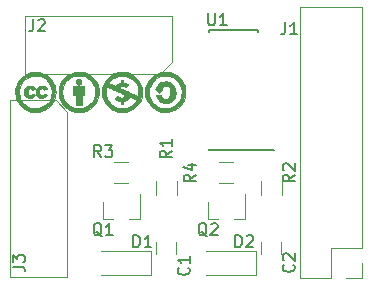
<source format=gbr>
%TF.GenerationSoftware,KiCad,Pcbnew,4.0.7*%
%TF.CreationDate,2018-08-19T23:23:26+02:00*%
%TF.ProjectId,HB-UNI-644-S4-A4,48422D554E492D3634342D53342D4134,2.0*%
%TF.FileFunction,Legend,Top*%
%FSLAX46Y46*%
G04 Gerber Fmt 4.6, Leading zero omitted, Abs format (unit mm)*
G04 Created by KiCad (PCBNEW 4.0.7) date 08/19/18 23:23:26*
%MOMM*%
%LPD*%
G01*
G04 APERTURE LIST*
%ADD10C,0.100000*%
%ADD11C,0.120000*%
%ADD12C,0.010000*%
%ADD13C,0.150000*%
%ADD14R,1.700000X1.700000*%
%ADD15O,1.700000X1.700000*%
%ADD16R,1.250000X1.500000*%
%ADD17R,1.300000X1.700000*%
%ADD18R,2.000000X2.600000*%
%ADD19O,2.000000X2.600000*%
%ADD20R,2.600000X2.000000*%
%ADD21O,2.600000X2.000000*%
%ADD22R,0.800000X0.900000*%
%ADD23R,1.300000X1.500000*%
%ADD24R,1.500000X1.300000*%
%ADD25R,1.500000X0.600000*%
G04 APERTURE END LIST*
D10*
D11*
X119440000Y-82490000D02*
X114240000Y-82490000D01*
X119440000Y-102870000D02*
X119440000Y-82490000D01*
X114240000Y-105470000D02*
X114240000Y-82490000D01*
X119440000Y-102870000D02*
X116840000Y-102870000D01*
X116840000Y-102870000D02*
X116840000Y-105470000D01*
X116840000Y-105470000D02*
X114240000Y-105470000D01*
X119440000Y-104140000D02*
X119440000Y-105470000D01*
X119440000Y-105470000D02*
X118110000Y-105470000D01*
D12*
G36*
X92072452Y-87996312D02*
X92270725Y-88037462D01*
X92309947Y-88049223D01*
X92533600Y-88138488D01*
X92742349Y-88257744D01*
X92932466Y-88403676D01*
X93100224Y-88572969D01*
X93241896Y-88762308D01*
X93353755Y-88968376D01*
X93360569Y-88983794D01*
X93437890Y-89203758D01*
X93484461Y-89433675D01*
X93500699Y-89668356D01*
X93487018Y-89902611D01*
X93443832Y-90131251D01*
X93371558Y-90349086D01*
X93270610Y-90550927D01*
X93230158Y-90614500D01*
X93082482Y-90802499D01*
X92910962Y-90967048D01*
X92719515Y-91106516D01*
X92512059Y-91219273D01*
X92292508Y-91303687D01*
X92064781Y-91358128D01*
X91832793Y-91380963D01*
X91600461Y-91370563D01*
X91467214Y-91348684D01*
X91220817Y-91279314D01*
X90993250Y-91178971D01*
X90785147Y-91048071D01*
X90597147Y-90887030D01*
X90429887Y-90696264D01*
X90394217Y-90647947D01*
X90272062Y-90446507D01*
X90180556Y-90229448D01*
X90120224Y-90001383D01*
X90091591Y-89766923D01*
X90093359Y-89650593D01*
X90399428Y-89650593D01*
X90411262Y-89858538D01*
X90455908Y-90063799D01*
X90533584Y-90263129D01*
X90644504Y-90453280D01*
X90702075Y-90530910D01*
X90848697Y-90687609D01*
X91020365Y-90822442D01*
X91210330Y-90931028D01*
X91411840Y-91008981D01*
X91458143Y-91021867D01*
X91602770Y-91047972D01*
X91765004Y-91058701D01*
X91930053Y-91054064D01*
X92083124Y-91034073D01*
X92139419Y-91021329D01*
X92292551Y-90969458D01*
X92451941Y-90894836D01*
X92603515Y-90804765D01*
X92713193Y-90723597D01*
X92866816Y-90573264D01*
X92992176Y-90402698D01*
X93088275Y-90215611D01*
X93154110Y-90015716D01*
X93188683Y-89806726D01*
X93190992Y-89592353D01*
X93160039Y-89376311D01*
X93117254Y-89223748D01*
X93044027Y-89049824D01*
X92945761Y-88889429D01*
X92817733Y-88735287D01*
X92765849Y-88682286D01*
X92597604Y-88538997D01*
X92416645Y-88428805D01*
X92220463Y-88350596D01*
X92006551Y-88303257D01*
X91881553Y-88290054D01*
X91658060Y-88292118D01*
X91442847Y-88328944D01*
X91238546Y-88399550D01*
X91047792Y-88502951D01*
X90873218Y-88638166D01*
X90824894Y-88684288D01*
X90675903Y-88856934D01*
X90558645Y-89043135D01*
X90473336Y-89239644D01*
X90420191Y-89443212D01*
X90399428Y-89650593D01*
X90093359Y-89650593D01*
X90095183Y-89530677D01*
X90131524Y-89297259D01*
X90201141Y-89071279D01*
X90211648Y-89045143D01*
X90321284Y-88824588D01*
X90459148Y-88622959D01*
X90622087Y-88443273D01*
X90806946Y-88288549D01*
X91010573Y-88161804D01*
X91229813Y-88066055D01*
X91237695Y-88063314D01*
X91431384Y-88012102D01*
X91642157Y-87983771D01*
X91859387Y-87978461D01*
X92072452Y-87996312D01*
X92072452Y-87996312D01*
G37*
X92072452Y-87996312D02*
X92270725Y-88037462D01*
X92309947Y-88049223D01*
X92533600Y-88138488D01*
X92742349Y-88257744D01*
X92932466Y-88403676D01*
X93100224Y-88572969D01*
X93241896Y-88762308D01*
X93353755Y-88968376D01*
X93360569Y-88983794D01*
X93437890Y-89203758D01*
X93484461Y-89433675D01*
X93500699Y-89668356D01*
X93487018Y-89902611D01*
X93443832Y-90131251D01*
X93371558Y-90349086D01*
X93270610Y-90550927D01*
X93230158Y-90614500D01*
X93082482Y-90802499D01*
X92910962Y-90967048D01*
X92719515Y-91106516D01*
X92512059Y-91219273D01*
X92292508Y-91303687D01*
X92064781Y-91358128D01*
X91832793Y-91380963D01*
X91600461Y-91370563D01*
X91467214Y-91348684D01*
X91220817Y-91279314D01*
X90993250Y-91178971D01*
X90785147Y-91048071D01*
X90597147Y-90887030D01*
X90429887Y-90696264D01*
X90394217Y-90647947D01*
X90272062Y-90446507D01*
X90180556Y-90229448D01*
X90120224Y-90001383D01*
X90091591Y-89766923D01*
X90093359Y-89650593D01*
X90399428Y-89650593D01*
X90411262Y-89858538D01*
X90455908Y-90063799D01*
X90533584Y-90263129D01*
X90644504Y-90453280D01*
X90702075Y-90530910D01*
X90848697Y-90687609D01*
X91020365Y-90822442D01*
X91210330Y-90931028D01*
X91411840Y-91008981D01*
X91458143Y-91021867D01*
X91602770Y-91047972D01*
X91765004Y-91058701D01*
X91930053Y-91054064D01*
X92083124Y-91034073D01*
X92139419Y-91021329D01*
X92292551Y-90969458D01*
X92451941Y-90894836D01*
X92603515Y-90804765D01*
X92713193Y-90723597D01*
X92866816Y-90573264D01*
X92992176Y-90402698D01*
X93088275Y-90215611D01*
X93154110Y-90015716D01*
X93188683Y-89806726D01*
X93190992Y-89592353D01*
X93160039Y-89376311D01*
X93117254Y-89223748D01*
X93044027Y-89049824D01*
X92945761Y-88889429D01*
X92817733Y-88735287D01*
X92765849Y-88682286D01*
X92597604Y-88538997D01*
X92416645Y-88428805D01*
X92220463Y-88350596D01*
X92006551Y-88303257D01*
X91881553Y-88290054D01*
X91658060Y-88292118D01*
X91442847Y-88328944D01*
X91238546Y-88399550D01*
X91047792Y-88502951D01*
X90873218Y-88638166D01*
X90824894Y-88684288D01*
X90675903Y-88856934D01*
X90558645Y-89043135D01*
X90473336Y-89239644D01*
X90420191Y-89443212D01*
X90399428Y-89650593D01*
X90093359Y-89650593D01*
X90095183Y-89530677D01*
X90131524Y-89297259D01*
X90201141Y-89071279D01*
X90211648Y-89045143D01*
X90321284Y-88824588D01*
X90459148Y-88622959D01*
X90622087Y-88443273D01*
X90806946Y-88288549D01*
X91010573Y-88161804D01*
X91229813Y-88066055D01*
X91237695Y-88063314D01*
X91431384Y-88012102D01*
X91642157Y-87983771D01*
X91859387Y-87978461D01*
X92072452Y-87996312D01*
G36*
X95645857Y-87985740D02*
X95878921Y-88024254D01*
X96102231Y-88093186D01*
X96295167Y-88183776D01*
X96502262Y-88319559D01*
X96685630Y-88480907D01*
X96843030Y-88664913D01*
X96972226Y-88868671D01*
X97070976Y-89089273D01*
X97122088Y-89257390D01*
X97147319Y-89397681D01*
X97161147Y-89559520D01*
X97163565Y-89730210D01*
X97154568Y-89897057D01*
X97134151Y-90047362D01*
X97122485Y-90101225D01*
X97051129Y-90324520D01*
X96951260Y-90528300D01*
X96820477Y-90716705D01*
X96671220Y-90879600D01*
X96475796Y-91046306D01*
X96266216Y-91179926D01*
X96040543Y-91281542D01*
X95844278Y-91341217D01*
X95743423Y-91359202D01*
X95619220Y-91371235D01*
X95484166Y-91376997D01*
X95350759Y-91376170D01*
X95231495Y-91368436D01*
X95162315Y-91358588D01*
X94930869Y-91299328D01*
X94719246Y-91213066D01*
X94522791Y-91097249D01*
X94336853Y-90949321D01*
X94231956Y-90847764D01*
X94073714Y-90663506D01*
X93949130Y-90470922D01*
X93855803Y-90265741D01*
X93799269Y-90078289D01*
X93780083Y-89968727D01*
X93767683Y-89835881D01*
X93762246Y-89691675D01*
X93762329Y-89684607D01*
X94070833Y-89684607D01*
X94077785Y-89840655D01*
X94098872Y-89981429D01*
X94104759Y-90006413D01*
X94174796Y-90210893D01*
X94277177Y-90403730D01*
X94408546Y-90579767D01*
X94565544Y-90733846D01*
X94592754Y-90756066D01*
X94704294Y-90839798D01*
X94805413Y-90903164D01*
X94909187Y-90953442D01*
X95025068Y-90996699D01*
X95229010Y-91046973D01*
X95443315Y-91066120D01*
X95659231Y-91053855D01*
X95821357Y-91022751D01*
X96010539Y-90956796D01*
X96192961Y-90859656D01*
X96362741Y-90736171D01*
X96513997Y-90591184D01*
X96640847Y-90429536D01*
X96728063Y-90276403D01*
X96781638Y-90151954D01*
X96818418Y-90036559D01*
X96840965Y-89918070D01*
X96851841Y-89784342D01*
X96853875Y-89680143D01*
X96850507Y-89535101D01*
X96837754Y-89413094D01*
X96812699Y-89301453D01*
X96772428Y-89187509D01*
X96714025Y-89058592D01*
X96708040Y-89046353D01*
X96667667Y-88968167D01*
X96628559Y-88903933D01*
X96583552Y-88844107D01*
X96525483Y-88779143D01*
X96449346Y-88701639D01*
X96355358Y-88611968D01*
X96274310Y-88543951D01*
X96197057Y-88490449D01*
X96129750Y-88452206D01*
X95921782Y-88363140D01*
X95705369Y-88307986D01*
X95484566Y-88287044D01*
X95263423Y-88300611D01*
X95045993Y-88348987D01*
X94988655Y-88367982D01*
X94805441Y-88451450D01*
X94632247Y-88565950D01*
X94473817Y-88706614D01*
X94334898Y-88868574D01*
X94220236Y-89046961D01*
X94134576Y-89236907D01*
X94130585Y-89248211D01*
X94097653Y-89376047D01*
X94077596Y-89525625D01*
X94070833Y-89684607D01*
X93762329Y-89684607D01*
X93763948Y-89548033D01*
X93772964Y-89416880D01*
X93788011Y-89316842D01*
X93854124Y-89090721D01*
X93952819Y-88875389D01*
X94081072Y-88674646D01*
X94235858Y-88492295D01*
X94414153Y-88332137D01*
X94612931Y-88197976D01*
X94725022Y-88138965D01*
X94942621Y-88054255D01*
X95172258Y-88000585D01*
X95408486Y-87977798D01*
X95645857Y-87985740D01*
X95645857Y-87985740D01*
G37*
X95645857Y-87985740D02*
X95878921Y-88024254D01*
X96102231Y-88093186D01*
X96295167Y-88183776D01*
X96502262Y-88319559D01*
X96685630Y-88480907D01*
X96843030Y-88664913D01*
X96972226Y-88868671D01*
X97070976Y-89089273D01*
X97122088Y-89257390D01*
X97147319Y-89397681D01*
X97161147Y-89559520D01*
X97163565Y-89730210D01*
X97154568Y-89897057D01*
X97134151Y-90047362D01*
X97122485Y-90101225D01*
X97051129Y-90324520D01*
X96951260Y-90528300D01*
X96820477Y-90716705D01*
X96671220Y-90879600D01*
X96475796Y-91046306D01*
X96266216Y-91179926D01*
X96040543Y-91281542D01*
X95844278Y-91341217D01*
X95743423Y-91359202D01*
X95619220Y-91371235D01*
X95484166Y-91376997D01*
X95350759Y-91376170D01*
X95231495Y-91368436D01*
X95162315Y-91358588D01*
X94930869Y-91299328D01*
X94719246Y-91213066D01*
X94522791Y-91097249D01*
X94336853Y-90949321D01*
X94231956Y-90847764D01*
X94073714Y-90663506D01*
X93949130Y-90470922D01*
X93855803Y-90265741D01*
X93799269Y-90078289D01*
X93780083Y-89968727D01*
X93767683Y-89835881D01*
X93762246Y-89691675D01*
X93762329Y-89684607D01*
X94070833Y-89684607D01*
X94077785Y-89840655D01*
X94098872Y-89981429D01*
X94104759Y-90006413D01*
X94174796Y-90210893D01*
X94277177Y-90403730D01*
X94408546Y-90579767D01*
X94565544Y-90733846D01*
X94592754Y-90756066D01*
X94704294Y-90839798D01*
X94805413Y-90903164D01*
X94909187Y-90953442D01*
X95025068Y-90996699D01*
X95229010Y-91046973D01*
X95443315Y-91066120D01*
X95659231Y-91053855D01*
X95821357Y-91022751D01*
X96010539Y-90956796D01*
X96192961Y-90859656D01*
X96362741Y-90736171D01*
X96513997Y-90591184D01*
X96640847Y-90429536D01*
X96728063Y-90276403D01*
X96781638Y-90151954D01*
X96818418Y-90036559D01*
X96840965Y-89918070D01*
X96851841Y-89784342D01*
X96853875Y-89680143D01*
X96850507Y-89535101D01*
X96837754Y-89413094D01*
X96812699Y-89301453D01*
X96772428Y-89187509D01*
X96714025Y-89058592D01*
X96708040Y-89046353D01*
X96667667Y-88968167D01*
X96628559Y-88903933D01*
X96583552Y-88844107D01*
X96525483Y-88779143D01*
X96449346Y-88701639D01*
X96355358Y-88611968D01*
X96274310Y-88543951D01*
X96197057Y-88490449D01*
X96129750Y-88452206D01*
X95921782Y-88363140D01*
X95705369Y-88307986D01*
X95484566Y-88287044D01*
X95263423Y-88300611D01*
X95045993Y-88348987D01*
X94988655Y-88367982D01*
X94805441Y-88451450D01*
X94632247Y-88565950D01*
X94473817Y-88706614D01*
X94334898Y-88868574D01*
X94220236Y-89046961D01*
X94134576Y-89236907D01*
X94130585Y-89248211D01*
X94097653Y-89376047D01*
X94077596Y-89525625D01*
X94070833Y-89684607D01*
X93762329Y-89684607D01*
X93763948Y-89548033D01*
X93772964Y-89416880D01*
X93788011Y-89316842D01*
X93854124Y-89090721D01*
X93952819Y-88875389D01*
X94081072Y-88674646D01*
X94235858Y-88492295D01*
X94414153Y-88332137D01*
X94612931Y-88197976D01*
X94725022Y-88138965D01*
X94942621Y-88054255D01*
X95172258Y-88000585D01*
X95408486Y-87977798D01*
X95645857Y-87985740D01*
G36*
X99286497Y-87984048D02*
X99521964Y-88021157D01*
X99748241Y-88088043D01*
X99959838Y-88184012D01*
X100063126Y-88245755D01*
X100262099Y-88396803D01*
X100434477Y-88571231D01*
X100578565Y-88766674D01*
X100692670Y-88980767D01*
X100775097Y-89211145D01*
X100786902Y-89256017D01*
X100812828Y-89399181D01*
X100826851Y-89563654D01*
X100828966Y-89736642D01*
X100819170Y-89905350D01*
X100797455Y-90056984D01*
X100787228Y-90102896D01*
X100717023Y-90323014D01*
X100619718Y-90523150D01*
X100492384Y-90708302D01*
X100332096Y-90883468D01*
X100327444Y-90887952D01*
X100161178Y-91033149D01*
X99993865Y-91148251D01*
X99816883Y-91238649D01*
X99686276Y-91288876D01*
X99457011Y-91349526D01*
X99219941Y-91379256D01*
X98983738Y-91377379D01*
X98824143Y-91357000D01*
X98598831Y-91298381D01*
X98382807Y-91207550D01*
X98179824Y-91087774D01*
X97993631Y-90942321D01*
X97827980Y-90774458D01*
X97686622Y-90587453D01*
X97573308Y-90384574D01*
X97503183Y-90206286D01*
X97469458Y-90091110D01*
X97446760Y-89985330D01*
X97433773Y-89877805D01*
X97429183Y-89757390D01*
X97430609Y-89674653D01*
X97735886Y-89674653D01*
X97744432Y-89851028D01*
X97771328Y-90007411D01*
X97819478Y-90156643D01*
X97870379Y-90269786D01*
X97987747Y-90468105D01*
X98129631Y-90639745D01*
X98296726Y-90785399D01*
X98489726Y-90905761D01*
X98526985Y-90924654D01*
X98638604Y-90975919D01*
X98738625Y-91012444D01*
X98837093Y-91036190D01*
X98944052Y-91049115D01*
X99069548Y-91053182D01*
X99177928Y-91051701D01*
X99293783Y-91047462D01*
X99382421Y-91040873D01*
X99452889Y-91030794D01*
X99514236Y-91016087D01*
X99549465Y-91004897D01*
X99714452Y-90940043D01*
X99857614Y-90863601D01*
X99990674Y-90768262D01*
X100125352Y-90646717D01*
X100128005Y-90644105D01*
X100206337Y-90562668D01*
X100269461Y-90488668D01*
X100314432Y-90426215D01*
X100338307Y-90379421D01*
X100338142Y-90352396D01*
X100337431Y-90351619D01*
X100316710Y-90339732D01*
X100269457Y-90316544D01*
X100202282Y-90285012D01*
X100121792Y-90248097D01*
X100034595Y-90208758D01*
X99947300Y-90169955D01*
X99866516Y-90134646D01*
X99798849Y-90105792D01*
X99750909Y-90086352D01*
X99729347Y-90079286D01*
X99715463Y-90094531D01*
X99698458Y-90131726D01*
X99696700Y-90136635D01*
X99643869Y-90235238D01*
X99561408Y-90320617D01*
X99454931Y-90388175D01*
X99336208Y-90431775D01*
X99250500Y-90453694D01*
X99248376Y-90579454D01*
X99246253Y-90705214D01*
X99050928Y-90705214D01*
X99040358Y-90446660D01*
X98933666Y-90434589D01*
X98838675Y-90413440D01*
X98733910Y-90373814D01*
X98635461Y-90322683D01*
X98571366Y-90277597D01*
X98527231Y-90240461D01*
X98647851Y-90119841D01*
X98768471Y-89999222D01*
X98810140Y-90038367D01*
X98881844Y-90088820D01*
X98970433Y-90126262D01*
X99066297Y-90149079D01*
X99159826Y-90155657D01*
X99241408Y-90144382D01*
X99294083Y-90119629D01*
X99323772Y-90091061D01*
X99337706Y-90054767D01*
X99341214Y-89996737D01*
X99341214Y-89995720D01*
X99339109Y-89941130D01*
X99328140Y-89909513D01*
X99301323Y-89887605D01*
X99277714Y-89875102D01*
X99226855Y-89850646D01*
X99151545Y-89815905D01*
X99055873Y-89772654D01*
X98943926Y-89722670D01*
X98819793Y-89667728D01*
X98687560Y-89609603D01*
X98551315Y-89550071D01*
X98415145Y-89490907D01*
X98283140Y-89433887D01*
X98159385Y-89380787D01*
X98047969Y-89333382D01*
X97952980Y-89293448D01*
X97878505Y-89262760D01*
X97828631Y-89243094D01*
X97807446Y-89236225D01*
X97807079Y-89236300D01*
X97791594Y-89262329D01*
X97775846Y-89316686D01*
X97761123Y-89391442D01*
X97748712Y-89478675D01*
X97739899Y-89570456D01*
X97735974Y-89658861D01*
X97735886Y-89674653D01*
X97430609Y-89674653D01*
X97431673Y-89612944D01*
X97432016Y-89603368D01*
X97452045Y-89373914D01*
X97495987Y-89167014D01*
X97566269Y-88975979D01*
X97603729Y-88907202D01*
X97971630Y-88907202D01*
X97987166Y-88923931D01*
X98027722Y-88948615D01*
X98084544Y-88975932D01*
X98085022Y-88976139D01*
X98148491Y-89003798D01*
X98233129Y-89040991D01*
X98326976Y-89082452D01*
X98402374Y-89115920D01*
X98606534Y-89206776D01*
X98643260Y-89134787D01*
X98708479Y-89046738D01*
X98804788Y-88976984D01*
X98931796Y-88925778D01*
X98991964Y-88910355D01*
X99018079Y-88902755D01*
X99032997Y-88888700D01*
X99039850Y-88859547D01*
X99041769Y-88806657D01*
X99041857Y-88772654D01*
X99041857Y-88646000D01*
X99241428Y-88646000D01*
X99241428Y-88898356D01*
X99309464Y-88909508D01*
X99392114Y-88928662D01*
X99480444Y-88958024D01*
X99561314Y-88992534D01*
X99621584Y-89027133D01*
X99628385Y-89032297D01*
X99678383Y-89072357D01*
X99459621Y-89288463D01*
X99373696Y-89246717D01*
X99281013Y-89212182D01*
X99188475Y-89196011D01*
X99102922Y-89197488D01*
X99031195Y-89215896D01*
X98980134Y-89250519D01*
X98958560Y-89290204D01*
X98954920Y-89331064D01*
X98962450Y-89353973D01*
X98982220Y-89364779D01*
X99031075Y-89388267D01*
X99104903Y-89422610D01*
X99199596Y-89465976D01*
X99311046Y-89516538D01*
X99435142Y-89572464D01*
X99567775Y-89631927D01*
X99704837Y-89693096D01*
X99842218Y-89754142D01*
X99975809Y-89813236D01*
X100101501Y-89868547D01*
X100215184Y-89918248D01*
X100312750Y-89960508D01*
X100390089Y-89993498D01*
X100443091Y-90015388D01*
X100467649Y-90024349D01*
X100468492Y-90024469D01*
X100486742Y-90009183D01*
X100499829Y-89974964D01*
X100522011Y-89812735D01*
X100524527Y-89634093D01*
X100508174Y-89452588D01*
X100473753Y-89281770D01*
X100455303Y-89220069D01*
X100380341Y-89047202D01*
X100274572Y-88879790D01*
X100143473Y-88723628D01*
X99992522Y-88584512D01*
X99827195Y-88468238D01*
X99667748Y-88386693D01*
X99465792Y-88320972D01*
X99254543Y-88287900D01*
X99039563Y-88287022D01*
X98826415Y-88317881D01*
X98620661Y-88380022D01*
X98427866Y-88472989D01*
X98398601Y-88490688D01*
X98342957Y-88529976D01*
X98276994Y-88583620D01*
X98206194Y-88646270D01*
X98136044Y-88712576D01*
X98072028Y-88777187D01*
X98019631Y-88834754D01*
X97984338Y-88879925D01*
X97971630Y-88907202D01*
X97603729Y-88907202D01*
X97665319Y-88794123D01*
X97787043Y-88625302D01*
X97933739Y-88464592D01*
X98100283Y-88320384D01*
X98279318Y-88197939D01*
X98463489Y-88102517D01*
X98579846Y-88058319D01*
X98809949Y-88001936D01*
X99047329Y-87977410D01*
X99286497Y-87984048D01*
X99286497Y-87984048D01*
G37*
X99286497Y-87984048D02*
X99521964Y-88021157D01*
X99748241Y-88088043D01*
X99959838Y-88184012D01*
X100063126Y-88245755D01*
X100262099Y-88396803D01*
X100434477Y-88571231D01*
X100578565Y-88766674D01*
X100692670Y-88980767D01*
X100775097Y-89211145D01*
X100786902Y-89256017D01*
X100812828Y-89399181D01*
X100826851Y-89563654D01*
X100828966Y-89736642D01*
X100819170Y-89905350D01*
X100797455Y-90056984D01*
X100787228Y-90102896D01*
X100717023Y-90323014D01*
X100619718Y-90523150D01*
X100492384Y-90708302D01*
X100332096Y-90883468D01*
X100327444Y-90887952D01*
X100161178Y-91033149D01*
X99993865Y-91148251D01*
X99816883Y-91238649D01*
X99686276Y-91288876D01*
X99457011Y-91349526D01*
X99219941Y-91379256D01*
X98983738Y-91377379D01*
X98824143Y-91357000D01*
X98598831Y-91298381D01*
X98382807Y-91207550D01*
X98179824Y-91087774D01*
X97993631Y-90942321D01*
X97827980Y-90774458D01*
X97686622Y-90587453D01*
X97573308Y-90384574D01*
X97503183Y-90206286D01*
X97469458Y-90091110D01*
X97446760Y-89985330D01*
X97433773Y-89877805D01*
X97429183Y-89757390D01*
X97430609Y-89674653D01*
X97735886Y-89674653D01*
X97744432Y-89851028D01*
X97771328Y-90007411D01*
X97819478Y-90156643D01*
X97870379Y-90269786D01*
X97987747Y-90468105D01*
X98129631Y-90639745D01*
X98296726Y-90785399D01*
X98489726Y-90905761D01*
X98526985Y-90924654D01*
X98638604Y-90975919D01*
X98738625Y-91012444D01*
X98837093Y-91036190D01*
X98944052Y-91049115D01*
X99069548Y-91053182D01*
X99177928Y-91051701D01*
X99293783Y-91047462D01*
X99382421Y-91040873D01*
X99452889Y-91030794D01*
X99514236Y-91016087D01*
X99549465Y-91004897D01*
X99714452Y-90940043D01*
X99857614Y-90863601D01*
X99990674Y-90768262D01*
X100125352Y-90646717D01*
X100128005Y-90644105D01*
X100206337Y-90562668D01*
X100269461Y-90488668D01*
X100314432Y-90426215D01*
X100338307Y-90379421D01*
X100338142Y-90352396D01*
X100337431Y-90351619D01*
X100316710Y-90339732D01*
X100269457Y-90316544D01*
X100202282Y-90285012D01*
X100121792Y-90248097D01*
X100034595Y-90208758D01*
X99947300Y-90169955D01*
X99866516Y-90134646D01*
X99798849Y-90105792D01*
X99750909Y-90086352D01*
X99729347Y-90079286D01*
X99715463Y-90094531D01*
X99698458Y-90131726D01*
X99696700Y-90136635D01*
X99643869Y-90235238D01*
X99561408Y-90320617D01*
X99454931Y-90388175D01*
X99336208Y-90431775D01*
X99250500Y-90453694D01*
X99248376Y-90579454D01*
X99246253Y-90705214D01*
X99050928Y-90705214D01*
X99040358Y-90446660D01*
X98933666Y-90434589D01*
X98838675Y-90413440D01*
X98733910Y-90373814D01*
X98635461Y-90322683D01*
X98571366Y-90277597D01*
X98527231Y-90240461D01*
X98647851Y-90119841D01*
X98768471Y-89999222D01*
X98810140Y-90038367D01*
X98881844Y-90088820D01*
X98970433Y-90126262D01*
X99066297Y-90149079D01*
X99159826Y-90155657D01*
X99241408Y-90144382D01*
X99294083Y-90119629D01*
X99323772Y-90091061D01*
X99337706Y-90054767D01*
X99341214Y-89996737D01*
X99341214Y-89995720D01*
X99339109Y-89941130D01*
X99328140Y-89909513D01*
X99301323Y-89887605D01*
X99277714Y-89875102D01*
X99226855Y-89850646D01*
X99151545Y-89815905D01*
X99055873Y-89772654D01*
X98943926Y-89722670D01*
X98819793Y-89667728D01*
X98687560Y-89609603D01*
X98551315Y-89550071D01*
X98415145Y-89490907D01*
X98283140Y-89433887D01*
X98159385Y-89380787D01*
X98047969Y-89333382D01*
X97952980Y-89293448D01*
X97878505Y-89262760D01*
X97828631Y-89243094D01*
X97807446Y-89236225D01*
X97807079Y-89236300D01*
X97791594Y-89262329D01*
X97775846Y-89316686D01*
X97761123Y-89391442D01*
X97748712Y-89478675D01*
X97739899Y-89570456D01*
X97735974Y-89658861D01*
X97735886Y-89674653D01*
X97430609Y-89674653D01*
X97431673Y-89612944D01*
X97432016Y-89603368D01*
X97452045Y-89373914D01*
X97495987Y-89167014D01*
X97566269Y-88975979D01*
X97603729Y-88907202D01*
X97971630Y-88907202D01*
X97987166Y-88923931D01*
X98027722Y-88948615D01*
X98084544Y-88975932D01*
X98085022Y-88976139D01*
X98148491Y-89003798D01*
X98233129Y-89040991D01*
X98326976Y-89082452D01*
X98402374Y-89115920D01*
X98606534Y-89206776D01*
X98643260Y-89134787D01*
X98708479Y-89046738D01*
X98804788Y-88976984D01*
X98931796Y-88925778D01*
X98991964Y-88910355D01*
X99018079Y-88902755D01*
X99032997Y-88888700D01*
X99039850Y-88859547D01*
X99041769Y-88806657D01*
X99041857Y-88772654D01*
X99041857Y-88646000D01*
X99241428Y-88646000D01*
X99241428Y-88898356D01*
X99309464Y-88909508D01*
X99392114Y-88928662D01*
X99480444Y-88958024D01*
X99561314Y-88992534D01*
X99621584Y-89027133D01*
X99628385Y-89032297D01*
X99678383Y-89072357D01*
X99459621Y-89288463D01*
X99373696Y-89246717D01*
X99281013Y-89212182D01*
X99188475Y-89196011D01*
X99102922Y-89197488D01*
X99031195Y-89215896D01*
X98980134Y-89250519D01*
X98958560Y-89290204D01*
X98954920Y-89331064D01*
X98962450Y-89353973D01*
X98982220Y-89364779D01*
X99031075Y-89388267D01*
X99104903Y-89422610D01*
X99199596Y-89465976D01*
X99311046Y-89516538D01*
X99435142Y-89572464D01*
X99567775Y-89631927D01*
X99704837Y-89693096D01*
X99842218Y-89754142D01*
X99975809Y-89813236D01*
X100101501Y-89868547D01*
X100215184Y-89918248D01*
X100312750Y-89960508D01*
X100390089Y-89993498D01*
X100443091Y-90015388D01*
X100467649Y-90024349D01*
X100468492Y-90024469D01*
X100486742Y-90009183D01*
X100499829Y-89974964D01*
X100522011Y-89812735D01*
X100524527Y-89634093D01*
X100508174Y-89452588D01*
X100473753Y-89281770D01*
X100455303Y-89220069D01*
X100380341Y-89047202D01*
X100274572Y-88879790D01*
X100143473Y-88723628D01*
X99992522Y-88584512D01*
X99827195Y-88468238D01*
X99667748Y-88386693D01*
X99465792Y-88320972D01*
X99254543Y-88287900D01*
X99039563Y-88287022D01*
X98826415Y-88317881D01*
X98620661Y-88380022D01*
X98427866Y-88472989D01*
X98398601Y-88490688D01*
X98342957Y-88529976D01*
X98276994Y-88583620D01*
X98206194Y-88646270D01*
X98136044Y-88712576D01*
X98072028Y-88777187D01*
X98019631Y-88834754D01*
X97984338Y-88879925D01*
X97971630Y-88907202D01*
X97603729Y-88907202D01*
X97665319Y-88794123D01*
X97787043Y-88625302D01*
X97933739Y-88464592D01*
X98100283Y-88320384D01*
X98279318Y-88197939D01*
X98463489Y-88102517D01*
X98579846Y-88058319D01*
X98809949Y-88001936D01*
X99047329Y-87977410D01*
X99286497Y-87984048D01*
G36*
X102952842Y-87984065D02*
X103197989Y-88023510D01*
X103332643Y-88060091D01*
X103551262Y-88147062D01*
X103756607Y-88266316D01*
X103945296Y-88415223D01*
X104113945Y-88591156D01*
X104244883Y-88769007D01*
X104353921Y-88970405D01*
X104432769Y-89187126D01*
X104481461Y-89414417D01*
X104500029Y-89647521D01*
X104488508Y-89881682D01*
X104446931Y-90112144D01*
X104375330Y-90334153D01*
X104273740Y-90542951D01*
X104231976Y-90610698D01*
X104093165Y-90791568D01*
X103926386Y-90955309D01*
X103737571Y-91097725D01*
X103532655Y-91214615D01*
X103317573Y-91301782D01*
X103212782Y-91331753D01*
X103045154Y-91362578D01*
X102863777Y-91377724D01*
X102682261Y-91376879D01*
X102514217Y-91359733D01*
X102457340Y-91349012D01*
X102223487Y-91283211D01*
X102011088Y-91191022D01*
X101815181Y-91069644D01*
X101630806Y-90916278D01*
X101552165Y-90838054D01*
X101393735Y-90647678D01*
X101268368Y-90442431D01*
X101176291Y-90222879D01*
X101117730Y-89989589D01*
X101092911Y-89743130D01*
X101092000Y-89684240D01*
X101092835Y-89669953D01*
X101403254Y-89669953D01*
X101406758Y-89808854D01*
X101420720Y-89932671D01*
X101426659Y-89963355D01*
X101488645Y-90166650D01*
X101581913Y-90357355D01*
X101702897Y-90532200D01*
X101848033Y-90687918D01*
X102013755Y-90821241D01*
X102196498Y-90928900D01*
X102392698Y-91007626D01*
X102598789Y-91054153D01*
X102619499Y-91056872D01*
X102777350Y-91065679D01*
X102946778Y-91057219D01*
X103108203Y-91032751D01*
X103151071Y-91022751D01*
X103338878Y-90957399D01*
X103521622Y-90860982D01*
X103692435Y-90738679D01*
X103844449Y-90595665D01*
X103970794Y-90437117D01*
X104009552Y-90375739D01*
X104095562Y-90195659D01*
X104154816Y-89997649D01*
X104186311Y-89789345D01*
X104189043Y-89578381D01*
X104162007Y-89372390D01*
X104148866Y-89316256D01*
X104081893Y-89126423D01*
X103983334Y-88944592D01*
X103857816Y-88776402D01*
X103709960Y-88627493D01*
X103544392Y-88503504D01*
X103429519Y-88438973D01*
X103299285Y-88379244D01*
X103184460Y-88337740D01*
X103072443Y-88311564D01*
X102950632Y-88297817D01*
X102806424Y-88293600D01*
X102797428Y-88293587D01*
X102620795Y-88300808D01*
X102466248Y-88324423D01*
X102322251Y-88367180D01*
X102177269Y-88431827D01*
X102144285Y-88449158D01*
X101964817Y-88565579D01*
X101802049Y-88710706D01*
X101660505Y-88879062D01*
X101544708Y-89065172D01*
X101459180Y-89263559D01*
X101450965Y-89288562D01*
X101425811Y-89397226D01*
X101409756Y-89528551D01*
X101403254Y-89669953D01*
X101092835Y-89669953D01*
X101106302Y-89439568D01*
X101150255Y-89213369D01*
X101225430Y-89001134D01*
X101333396Y-88798355D01*
X101464697Y-88614196D01*
X101631783Y-88433335D01*
X101819058Y-88281266D01*
X102023512Y-88158881D01*
X102242129Y-88067075D01*
X102471899Y-88006741D01*
X102709807Y-87978773D01*
X102952842Y-87984065D01*
X102952842Y-87984065D01*
G37*
X102952842Y-87984065D02*
X103197989Y-88023510D01*
X103332643Y-88060091D01*
X103551262Y-88147062D01*
X103756607Y-88266316D01*
X103945296Y-88415223D01*
X104113945Y-88591156D01*
X104244883Y-88769007D01*
X104353921Y-88970405D01*
X104432769Y-89187126D01*
X104481461Y-89414417D01*
X104500029Y-89647521D01*
X104488508Y-89881682D01*
X104446931Y-90112144D01*
X104375330Y-90334153D01*
X104273740Y-90542951D01*
X104231976Y-90610698D01*
X104093165Y-90791568D01*
X103926386Y-90955309D01*
X103737571Y-91097725D01*
X103532655Y-91214615D01*
X103317573Y-91301782D01*
X103212782Y-91331753D01*
X103045154Y-91362578D01*
X102863777Y-91377724D01*
X102682261Y-91376879D01*
X102514217Y-91359733D01*
X102457340Y-91349012D01*
X102223487Y-91283211D01*
X102011088Y-91191022D01*
X101815181Y-91069644D01*
X101630806Y-90916278D01*
X101552165Y-90838054D01*
X101393735Y-90647678D01*
X101268368Y-90442431D01*
X101176291Y-90222879D01*
X101117730Y-89989589D01*
X101092911Y-89743130D01*
X101092000Y-89684240D01*
X101092835Y-89669953D01*
X101403254Y-89669953D01*
X101406758Y-89808854D01*
X101420720Y-89932671D01*
X101426659Y-89963355D01*
X101488645Y-90166650D01*
X101581913Y-90357355D01*
X101702897Y-90532200D01*
X101848033Y-90687918D01*
X102013755Y-90821241D01*
X102196498Y-90928900D01*
X102392698Y-91007626D01*
X102598789Y-91054153D01*
X102619499Y-91056872D01*
X102777350Y-91065679D01*
X102946778Y-91057219D01*
X103108203Y-91032751D01*
X103151071Y-91022751D01*
X103338878Y-90957399D01*
X103521622Y-90860982D01*
X103692435Y-90738679D01*
X103844449Y-90595665D01*
X103970794Y-90437117D01*
X104009552Y-90375739D01*
X104095562Y-90195659D01*
X104154816Y-89997649D01*
X104186311Y-89789345D01*
X104189043Y-89578381D01*
X104162007Y-89372390D01*
X104148866Y-89316256D01*
X104081893Y-89126423D01*
X103983334Y-88944592D01*
X103857816Y-88776402D01*
X103709960Y-88627493D01*
X103544392Y-88503504D01*
X103429519Y-88438973D01*
X103299285Y-88379244D01*
X103184460Y-88337740D01*
X103072443Y-88311564D01*
X102950632Y-88297817D01*
X102806424Y-88293600D01*
X102797428Y-88293587D01*
X102620795Y-88300808D01*
X102466248Y-88324423D01*
X102322251Y-88367180D01*
X102177269Y-88431827D01*
X102144285Y-88449158D01*
X101964817Y-88565579D01*
X101802049Y-88710706D01*
X101660505Y-88879062D01*
X101544708Y-89065172D01*
X101459180Y-89263559D01*
X101450965Y-89288562D01*
X101425811Y-89397226D01*
X101409756Y-89528551D01*
X101403254Y-89669953D01*
X101092835Y-89669953D01*
X101106302Y-89439568D01*
X101150255Y-89213369D01*
X101225430Y-89001134D01*
X101333396Y-88798355D01*
X101464697Y-88614196D01*
X101631783Y-88433335D01*
X101819058Y-88281266D01*
X102023512Y-88158881D01*
X102242129Y-88067075D01*
X102471899Y-88006741D01*
X102709807Y-87978773D01*
X102952842Y-87984065D01*
G36*
X91438047Y-89161561D02*
X91524554Y-89179161D01*
X91532969Y-89181965D01*
X91581465Y-89206033D01*
X91637169Y-89243797D01*
X91691592Y-89288057D01*
X91736249Y-89331610D01*
X91762652Y-89367254D01*
X91766356Y-89380027D01*
X91751480Y-89397674D01*
X91712699Y-89425724D01*
X91658748Y-89457912D01*
X91551355Y-89516896D01*
X91512909Y-89462903D01*
X91453165Y-89407917D01*
X91378000Y-89381761D01*
X91297219Y-89387180D01*
X91272717Y-89395639D01*
X91209912Y-89433686D01*
X91168199Y-89489723D01*
X91143940Y-89570057D01*
X91136280Y-89632165D01*
X91136892Y-89748167D01*
X91160393Y-89839082D01*
X91207999Y-89908926D01*
X91224889Y-89924478D01*
X91290378Y-89960108D01*
X91365087Y-89971361D01*
X91438416Y-89959538D01*
X91499766Y-89925942D01*
X91531787Y-89886782D01*
X91553276Y-89856672D01*
X91580113Y-89846365D01*
X91619882Y-89856242D01*
X91680167Y-89886686D01*
X91694896Y-89895015D01*
X91785220Y-89946602D01*
X91710186Y-90031845D01*
X91623029Y-90114843D01*
X91530586Y-90167228D01*
X91422438Y-90193957D01*
X91358357Y-90199288D01*
X91285195Y-90200034D01*
X91218956Y-90196665D01*
X91176928Y-90190499D01*
X91063771Y-90143018D01*
X90965817Y-90066686D01*
X90890283Y-89968046D01*
X90859312Y-89902452D01*
X90829620Y-89779926D01*
X90823947Y-89645503D01*
X90842252Y-89514453D01*
X90860445Y-89454805D01*
X90908103Y-89365958D01*
X90978069Y-89283320D01*
X91060395Y-89216638D01*
X91145133Y-89175659D01*
X91145436Y-89175568D01*
X91232149Y-89159494D01*
X91335132Y-89154915D01*
X91438047Y-89161561D01*
X91438047Y-89161561D01*
G37*
X91438047Y-89161561D02*
X91524554Y-89179161D01*
X91532969Y-89181965D01*
X91581465Y-89206033D01*
X91637169Y-89243797D01*
X91691592Y-89288057D01*
X91736249Y-89331610D01*
X91762652Y-89367254D01*
X91766356Y-89380027D01*
X91751480Y-89397674D01*
X91712699Y-89425724D01*
X91658748Y-89457912D01*
X91551355Y-89516896D01*
X91512909Y-89462903D01*
X91453165Y-89407917D01*
X91378000Y-89381761D01*
X91297219Y-89387180D01*
X91272717Y-89395639D01*
X91209912Y-89433686D01*
X91168199Y-89489723D01*
X91143940Y-89570057D01*
X91136280Y-89632165D01*
X91136892Y-89748167D01*
X91160393Y-89839082D01*
X91207999Y-89908926D01*
X91224889Y-89924478D01*
X91290378Y-89960108D01*
X91365087Y-89971361D01*
X91438416Y-89959538D01*
X91499766Y-89925942D01*
X91531787Y-89886782D01*
X91553276Y-89856672D01*
X91580113Y-89846365D01*
X91619882Y-89856242D01*
X91680167Y-89886686D01*
X91694896Y-89895015D01*
X91785220Y-89946602D01*
X91710186Y-90031845D01*
X91623029Y-90114843D01*
X91530586Y-90167228D01*
X91422438Y-90193957D01*
X91358357Y-90199288D01*
X91285195Y-90200034D01*
X91218956Y-90196665D01*
X91176928Y-90190499D01*
X91063771Y-90143018D01*
X90965817Y-90066686D01*
X90890283Y-89968046D01*
X90859312Y-89902452D01*
X90829620Y-89779926D01*
X90823947Y-89645503D01*
X90842252Y-89514453D01*
X90860445Y-89454805D01*
X90908103Y-89365958D01*
X90978069Y-89283320D01*
X91060395Y-89216638D01*
X91145133Y-89175659D01*
X91145436Y-89175568D01*
X91232149Y-89159494D01*
X91335132Y-89154915D01*
X91438047Y-89161561D01*
G36*
X92356862Y-89156204D02*
X92463450Y-89170754D01*
X92555076Y-89198007D01*
X92588331Y-89214349D01*
X92642885Y-89252177D01*
X92693012Y-89296834D01*
X92731919Y-89340907D01*
X92752816Y-89376981D01*
X92752835Y-89393937D01*
X92732869Y-89409341D01*
X92689999Y-89434670D01*
X92640642Y-89460770D01*
X92537643Y-89512729D01*
X92504224Y-89468347D01*
X92464186Y-89429634D01*
X92412664Y-89396273D01*
X92409603Y-89394779D01*
X92334501Y-89377370D01*
X92258906Y-89390713D01*
X92194134Y-89431468D01*
X92165735Y-89466756D01*
X92129796Y-89554561D01*
X92116409Y-89654552D01*
X92124706Y-89755932D01*
X92153818Y-89847902D01*
X92202075Y-89918867D01*
X92240600Y-89950969D01*
X92282032Y-89966281D01*
X92342267Y-89970413D01*
X92348140Y-89970429D01*
X92407973Y-89967564D01*
X92448487Y-89954248D01*
X92486494Y-89923400D01*
X92504934Y-89904382D01*
X92567224Y-89838335D01*
X92657946Y-89880826D01*
X92709810Y-89906896D01*
X92746732Y-89928765D01*
X92757817Y-89938124D01*
X92754219Y-89963789D01*
X92727568Y-90003255D01*
X92684547Y-90049528D01*
X92631839Y-90095616D01*
X92576128Y-90134524D01*
X92562874Y-90142114D01*
X92457954Y-90182178D01*
X92337212Y-90201238D01*
X92215270Y-90198033D01*
X92129428Y-90179493D01*
X92019460Y-90125284D01*
X91928355Y-90040930D01*
X91863622Y-89939249D01*
X91837730Y-89880917D01*
X91822455Y-89827976D01*
X91815166Y-89766803D01*
X91813228Y-89683776D01*
X91813224Y-89678534D01*
X91814745Y-89595801D01*
X91821148Y-89535821D01*
X91835194Y-89485127D01*
X91859646Y-89430247D01*
X91867193Y-89415301D01*
X91937604Y-89311219D01*
X92028132Y-89229783D01*
X92131677Y-89177076D01*
X92152870Y-89170640D01*
X92248830Y-89155714D01*
X92356862Y-89156204D01*
X92356862Y-89156204D01*
G37*
X92356862Y-89156204D02*
X92463450Y-89170754D01*
X92555076Y-89198007D01*
X92588331Y-89214349D01*
X92642885Y-89252177D01*
X92693012Y-89296834D01*
X92731919Y-89340907D01*
X92752816Y-89376981D01*
X92752835Y-89393937D01*
X92732869Y-89409341D01*
X92689999Y-89434670D01*
X92640642Y-89460770D01*
X92537643Y-89512729D01*
X92504224Y-89468347D01*
X92464186Y-89429634D01*
X92412664Y-89396273D01*
X92409603Y-89394779D01*
X92334501Y-89377370D01*
X92258906Y-89390713D01*
X92194134Y-89431468D01*
X92165735Y-89466756D01*
X92129796Y-89554561D01*
X92116409Y-89654552D01*
X92124706Y-89755932D01*
X92153818Y-89847902D01*
X92202075Y-89918867D01*
X92240600Y-89950969D01*
X92282032Y-89966281D01*
X92342267Y-89970413D01*
X92348140Y-89970429D01*
X92407973Y-89967564D01*
X92448487Y-89954248D01*
X92486494Y-89923400D01*
X92504934Y-89904382D01*
X92567224Y-89838335D01*
X92657946Y-89880826D01*
X92709810Y-89906896D01*
X92746732Y-89928765D01*
X92757817Y-89938124D01*
X92754219Y-89963789D01*
X92727568Y-90003255D01*
X92684547Y-90049528D01*
X92631839Y-90095616D01*
X92576128Y-90134524D01*
X92562874Y-90142114D01*
X92457954Y-90182178D01*
X92337212Y-90201238D01*
X92215270Y-90198033D01*
X92129428Y-90179493D01*
X92019460Y-90125284D01*
X91928355Y-90040930D01*
X91863622Y-89939249D01*
X91837730Y-89880917D01*
X91822455Y-89827976D01*
X91815166Y-89766803D01*
X91813228Y-89683776D01*
X91813224Y-89678534D01*
X91814745Y-89595801D01*
X91821148Y-89535821D01*
X91835194Y-89485127D01*
X91859646Y-89430247D01*
X91867193Y-89415301D01*
X91937604Y-89311219D01*
X92028132Y-89229783D01*
X92131677Y-89177076D01*
X92152870Y-89170640D01*
X92248830Y-89155714D01*
X92356862Y-89156204D01*
G36*
X95597225Y-89154335D02*
X95699439Y-89155542D01*
X95774533Y-89157925D01*
X95827089Y-89161789D01*
X95861685Y-89167437D01*
X95882904Y-89175174D01*
X95892775Y-89182510D01*
X95902627Y-89197294D01*
X95909980Y-89222400D01*
X95915174Y-89262604D01*
X95918551Y-89322681D01*
X95920453Y-89407407D01*
X95921220Y-89521559D01*
X95921285Y-89581653D01*
X95921285Y-89952286D01*
X95721714Y-89952286D01*
X95721714Y-90786857D01*
X95195571Y-90786857D01*
X95195571Y-89952286D01*
X94996000Y-89952286D01*
X94996000Y-89583169D01*
X94996259Y-89457306D01*
X94997312Y-89362727D01*
X94999577Y-89294434D01*
X95003467Y-89247429D01*
X95009398Y-89216711D01*
X95017787Y-89197283D01*
X95029048Y-89184144D01*
X95029178Y-89184026D01*
X95044241Y-89174071D01*
X95067646Y-89166549D01*
X95104110Y-89161132D01*
X95158348Y-89157495D01*
X95235079Y-89155312D01*
X95339017Y-89154256D01*
X95463311Y-89154000D01*
X95597225Y-89154335D01*
X95597225Y-89154335D01*
G37*
X95597225Y-89154335D02*
X95699439Y-89155542D01*
X95774533Y-89157925D01*
X95827089Y-89161789D01*
X95861685Y-89167437D01*
X95882904Y-89175174D01*
X95892775Y-89182510D01*
X95902627Y-89197294D01*
X95909980Y-89222400D01*
X95915174Y-89262604D01*
X95918551Y-89322681D01*
X95920453Y-89407407D01*
X95921220Y-89521559D01*
X95921285Y-89581653D01*
X95921285Y-89952286D01*
X95721714Y-89952286D01*
X95721714Y-90786857D01*
X95195571Y-90786857D01*
X95195571Y-89952286D01*
X94996000Y-89952286D01*
X94996000Y-89583169D01*
X94996259Y-89457306D01*
X94997312Y-89362727D01*
X94999577Y-89294434D01*
X95003467Y-89247429D01*
X95009398Y-89216711D01*
X95017787Y-89197283D01*
X95029048Y-89184144D01*
X95029178Y-89184026D01*
X95044241Y-89174071D01*
X95067646Y-89166549D01*
X95104110Y-89161132D01*
X95158348Y-89157495D01*
X95235079Y-89155312D01*
X95339017Y-89154256D01*
X95463311Y-89154000D01*
X95597225Y-89154335D01*
G36*
X95523171Y-88580794D02*
X95600934Y-88610599D01*
X95637167Y-88638972D01*
X95679515Y-88704539D01*
X95698080Y-88785013D01*
X95693575Y-88869491D01*
X95666713Y-88947067D01*
X95618206Y-89006836D01*
X95612845Y-89010939D01*
X95547544Y-89041028D01*
X95465737Y-89054477D01*
X95384226Y-89049044D01*
X95364534Y-89044075D01*
X95298664Y-89011222D01*
X95256404Y-88957437D01*
X95235336Y-88878536D01*
X95231857Y-88814515D01*
X95233675Y-88747692D01*
X95241724Y-88704382D01*
X95259899Y-88671889D01*
X95283556Y-88645939D01*
X95353721Y-88598675D01*
X95437179Y-88576890D01*
X95523171Y-88580794D01*
X95523171Y-88580794D01*
G37*
X95523171Y-88580794D02*
X95600934Y-88610599D01*
X95637167Y-88638972D01*
X95679515Y-88704539D01*
X95698080Y-88785013D01*
X95693575Y-88869491D01*
X95666713Y-88947067D01*
X95618206Y-89006836D01*
X95612845Y-89010939D01*
X95547544Y-89041028D01*
X95465737Y-89054477D01*
X95384226Y-89049044D01*
X95364534Y-89044075D01*
X95298664Y-89011222D01*
X95256404Y-88957437D01*
X95235336Y-88878536D01*
X95231857Y-88814515D01*
X95233675Y-88747692D01*
X95241724Y-88704382D01*
X95259899Y-88671889D01*
X95283556Y-88645939D01*
X95353721Y-88598675D01*
X95437179Y-88576890D01*
X95523171Y-88580794D01*
G36*
X102913663Y-88792908D02*
X103038036Y-88812343D01*
X103090844Y-88826392D01*
X103240363Y-88891606D01*
X103371457Y-88986163D01*
X103481517Y-89106748D01*
X103567937Y-89250048D01*
X103628109Y-89412749D01*
X103653997Y-89542132D01*
X103664633Y-89736657D01*
X103643671Y-89919556D01*
X103591830Y-90087875D01*
X103509827Y-90238658D01*
X103472782Y-90288424D01*
X103349105Y-90414147D01*
X103205981Y-90510440D01*
X103046940Y-90575961D01*
X102875512Y-90609365D01*
X102695228Y-90609307D01*
X102645715Y-90603412D01*
X102492463Y-90563754D01*
X102354160Y-90493164D01*
X102234761Y-90395294D01*
X102138223Y-90273792D01*
X102068504Y-90132308D01*
X102043080Y-90047536D01*
X102020558Y-89952286D01*
X102448406Y-89952286D01*
X102468431Y-90031810D01*
X102503372Y-90108170D01*
X102562267Y-90176618D01*
X102633973Y-90225550D01*
X102666225Y-90237773D01*
X102711607Y-90245324D01*
X102776601Y-90250232D01*
X102826430Y-90251337D01*
X102935061Y-90236945D01*
X103025656Y-90192985D01*
X103101732Y-90117288D01*
X103140714Y-90057772D01*
X103188243Y-89947879D01*
X103216892Y-89823405D01*
X103227233Y-89691910D01*
X103219837Y-89560952D01*
X103195276Y-89438091D01*
X103154121Y-89330885D01*
X103096946Y-89246895D01*
X103077987Y-89228429D01*
X102988483Y-89172796D01*
X102882325Y-89143851D01*
X102768370Y-89142474D01*
X102655472Y-89169548D01*
X102623462Y-89183194D01*
X102562718Y-89226748D01*
X102509647Y-89290185D01*
X102474726Y-89359629D01*
X102467680Y-89389479D01*
X102470127Y-89423802D01*
X102496096Y-89440275D01*
X102512231Y-89443908D01*
X102531984Y-89448749D01*
X102540418Y-89457016D01*
X102534666Y-89473068D01*
X102511859Y-89501262D01*
X102469131Y-89545959D01*
X102403614Y-89611516D01*
X102398838Y-89616265D01*
X102235000Y-89779172D01*
X102071120Y-89616265D01*
X101907239Y-89453357D01*
X101966798Y-89444286D01*
X102005150Y-89434169D01*
X102028464Y-89411703D01*
X102046522Y-89366267D01*
X102050339Y-89353571D01*
X102113988Y-89186692D01*
X102198613Y-89049130D01*
X102304946Y-88940090D01*
X102433719Y-88858777D01*
X102545314Y-88815555D01*
X102653321Y-88794237D01*
X102780764Y-88786781D01*
X102913663Y-88792908D01*
X102913663Y-88792908D01*
G37*
X102913663Y-88792908D02*
X103038036Y-88812343D01*
X103090844Y-88826392D01*
X103240363Y-88891606D01*
X103371457Y-88986163D01*
X103481517Y-89106748D01*
X103567937Y-89250048D01*
X103628109Y-89412749D01*
X103653997Y-89542132D01*
X103664633Y-89736657D01*
X103643671Y-89919556D01*
X103591830Y-90087875D01*
X103509827Y-90238658D01*
X103472782Y-90288424D01*
X103349105Y-90414147D01*
X103205981Y-90510440D01*
X103046940Y-90575961D01*
X102875512Y-90609365D01*
X102695228Y-90609307D01*
X102645715Y-90603412D01*
X102492463Y-90563754D01*
X102354160Y-90493164D01*
X102234761Y-90395294D01*
X102138223Y-90273792D01*
X102068504Y-90132308D01*
X102043080Y-90047536D01*
X102020558Y-89952286D01*
X102448406Y-89952286D01*
X102468431Y-90031810D01*
X102503372Y-90108170D01*
X102562267Y-90176618D01*
X102633973Y-90225550D01*
X102666225Y-90237773D01*
X102711607Y-90245324D01*
X102776601Y-90250232D01*
X102826430Y-90251337D01*
X102935061Y-90236945D01*
X103025656Y-90192985D01*
X103101732Y-90117288D01*
X103140714Y-90057772D01*
X103188243Y-89947879D01*
X103216892Y-89823405D01*
X103227233Y-89691910D01*
X103219837Y-89560952D01*
X103195276Y-89438091D01*
X103154121Y-89330885D01*
X103096946Y-89246895D01*
X103077987Y-89228429D01*
X102988483Y-89172796D01*
X102882325Y-89143851D01*
X102768370Y-89142474D01*
X102655472Y-89169548D01*
X102623462Y-89183194D01*
X102562718Y-89226748D01*
X102509647Y-89290185D01*
X102474726Y-89359629D01*
X102467680Y-89389479D01*
X102470127Y-89423802D01*
X102496096Y-89440275D01*
X102512231Y-89443908D01*
X102531984Y-89448749D01*
X102540418Y-89457016D01*
X102534666Y-89473068D01*
X102511859Y-89501262D01*
X102469131Y-89545959D01*
X102403614Y-89611516D01*
X102398838Y-89616265D01*
X102235000Y-89779172D01*
X102071120Y-89616265D01*
X101907239Y-89453357D01*
X101966798Y-89444286D01*
X102005150Y-89434169D01*
X102028464Y-89411703D01*
X102046522Y-89366267D01*
X102050339Y-89353571D01*
X102113988Y-89186692D01*
X102198613Y-89049130D01*
X102304946Y-88940090D01*
X102433719Y-88858777D01*
X102545314Y-88815555D01*
X102653321Y-88794237D01*
X102780764Y-88786781D01*
X102913663Y-88792908D01*
D11*
X102020000Y-102370000D02*
X102020000Y-103370000D01*
X103720000Y-103370000D02*
X103720000Y-102370000D01*
X110910000Y-102370000D02*
X110910000Y-103370000D01*
X112610000Y-103370000D02*
X112610000Y-102370000D01*
X97310000Y-105140000D02*
X101610000Y-105140000D01*
X101610000Y-105140000D02*
X101610000Y-103140000D01*
X101610000Y-103140000D02*
X97310000Y-103140000D01*
X106200000Y-105140000D02*
X110500000Y-105140000D01*
X110500000Y-105140000D02*
X110500000Y-103140000D01*
X110500000Y-103140000D02*
X106200000Y-103140000D01*
X102335000Y-88160000D02*
X103335000Y-87160000D01*
X90895000Y-83260000D02*
X90895000Y-88160000D01*
X90895000Y-88160000D02*
X102335000Y-88160000D01*
X103335000Y-87160000D02*
X103335000Y-83260000D01*
X103335000Y-83260000D02*
X90895000Y-83260000D01*
X94510000Y-91340000D02*
X93510000Y-90340000D01*
X89610000Y-105320000D02*
X94510000Y-105320000D01*
X94510000Y-105320000D02*
X94510000Y-91340000D01*
X93510000Y-90340000D02*
X89610000Y-90340000D01*
X89610000Y-90340000D02*
X89610000Y-105320000D01*
X97480000Y-100455000D02*
X98410000Y-100455000D01*
X100640000Y-100455000D02*
X99710000Y-100455000D01*
X100640000Y-100455000D02*
X100640000Y-98295000D01*
X97480000Y-100455000D02*
X97480000Y-98995000D01*
X106370000Y-100455000D02*
X107300000Y-100455000D01*
X109530000Y-100455000D02*
X108600000Y-100455000D01*
X109530000Y-100455000D02*
X109530000Y-98295000D01*
X106370000Y-100455000D02*
X106370000Y-98995000D01*
X101990000Y-98390000D02*
X101990000Y-97190000D01*
X103750000Y-97190000D02*
X103750000Y-98390000D01*
X110880000Y-98390000D02*
X110880000Y-97190000D01*
X112640000Y-97190000D02*
X112640000Y-98390000D01*
X99660000Y-97400000D02*
X98460000Y-97400000D01*
X98460000Y-95640000D02*
X99660000Y-95640000D01*
X108550000Y-97400000D02*
X107350000Y-97400000D01*
X107350000Y-95640000D02*
X108550000Y-95640000D01*
D13*
X110660000Y-94610000D02*
X110660000Y-94585000D01*
X106510000Y-94610000D02*
X106510000Y-94505000D01*
X106510000Y-84460000D02*
X106510000Y-84565000D01*
X110660000Y-84460000D02*
X110660000Y-84565000D01*
X110660000Y-94610000D02*
X106510000Y-94610000D01*
X110660000Y-84460000D02*
X106510000Y-84460000D01*
X110660000Y-94585000D02*
X112035000Y-94585000D01*
X112950667Y-83780381D02*
X112950667Y-84494667D01*
X112903047Y-84637524D01*
X112807809Y-84732762D01*
X112664952Y-84780381D01*
X112569714Y-84780381D01*
X113950667Y-84780381D02*
X113379238Y-84780381D01*
X113664952Y-84780381D02*
X113664952Y-83780381D01*
X113569714Y-83923238D01*
X113474476Y-84018476D01*
X113379238Y-84066095D01*
X104751143Y-104560666D02*
X104798762Y-104608285D01*
X104846381Y-104751142D01*
X104846381Y-104846380D01*
X104798762Y-104989238D01*
X104703524Y-105084476D01*
X104608286Y-105132095D01*
X104417810Y-105179714D01*
X104274952Y-105179714D01*
X104084476Y-105132095D01*
X103989238Y-105084476D01*
X103894000Y-104989238D01*
X103846381Y-104846380D01*
X103846381Y-104751142D01*
X103894000Y-104608285D01*
X103941619Y-104560666D01*
X104846381Y-103608285D02*
X104846381Y-104179714D01*
X104846381Y-103894000D02*
X103846381Y-103894000D01*
X103989238Y-103989238D01*
X104084476Y-104084476D01*
X104132095Y-104179714D01*
X113641143Y-104306666D02*
X113688762Y-104354285D01*
X113736381Y-104497142D01*
X113736381Y-104592380D01*
X113688762Y-104735238D01*
X113593524Y-104830476D01*
X113498286Y-104878095D01*
X113307810Y-104925714D01*
X113164952Y-104925714D01*
X112974476Y-104878095D01*
X112879238Y-104830476D01*
X112784000Y-104735238D01*
X112736381Y-104592380D01*
X112736381Y-104497142D01*
X112784000Y-104354285D01*
X112831619Y-104306666D01*
X112831619Y-103925714D02*
X112784000Y-103878095D01*
X112736381Y-103782857D01*
X112736381Y-103544761D01*
X112784000Y-103449523D01*
X112831619Y-103401904D01*
X112926857Y-103354285D01*
X113022095Y-103354285D01*
X113164952Y-103401904D01*
X113736381Y-103973333D01*
X113736381Y-103354285D01*
X100099905Y-102814381D02*
X100099905Y-101814381D01*
X100338000Y-101814381D01*
X100480858Y-101862000D01*
X100576096Y-101957238D01*
X100623715Y-102052476D01*
X100671334Y-102242952D01*
X100671334Y-102385810D01*
X100623715Y-102576286D01*
X100576096Y-102671524D01*
X100480858Y-102766762D01*
X100338000Y-102814381D01*
X100099905Y-102814381D01*
X101623715Y-102814381D02*
X101052286Y-102814381D01*
X101338000Y-102814381D02*
X101338000Y-101814381D01*
X101242762Y-101957238D01*
X101147524Y-102052476D01*
X101052286Y-102100095D01*
X108735905Y-102814381D02*
X108735905Y-101814381D01*
X108974000Y-101814381D01*
X109116858Y-101862000D01*
X109212096Y-101957238D01*
X109259715Y-102052476D01*
X109307334Y-102242952D01*
X109307334Y-102385810D01*
X109259715Y-102576286D01*
X109212096Y-102671524D01*
X109116858Y-102766762D01*
X108974000Y-102814381D01*
X108735905Y-102814381D01*
X109688286Y-101909619D02*
X109735905Y-101862000D01*
X109831143Y-101814381D01*
X110069239Y-101814381D01*
X110164477Y-101862000D01*
X110212096Y-101909619D01*
X110259715Y-102004857D01*
X110259715Y-102100095D01*
X110212096Y-102242952D01*
X109640667Y-102814381D01*
X110259715Y-102814381D01*
X91614667Y-83526381D02*
X91614667Y-84240667D01*
X91567047Y-84383524D01*
X91471809Y-84478762D01*
X91328952Y-84526381D01*
X91233714Y-84526381D01*
X92043238Y-83621619D02*
X92090857Y-83574000D01*
X92186095Y-83526381D01*
X92424191Y-83526381D01*
X92519429Y-83574000D01*
X92567048Y-83621619D01*
X92614667Y-83716857D01*
X92614667Y-83812095D01*
X92567048Y-83954952D01*
X91995619Y-84526381D01*
X92614667Y-84526381D01*
X89876381Y-104473333D02*
X90590667Y-104473333D01*
X90733524Y-104520953D01*
X90828762Y-104616191D01*
X90876381Y-104759048D01*
X90876381Y-104854286D01*
X89876381Y-104092381D02*
X89876381Y-103473333D01*
X90257333Y-103806667D01*
X90257333Y-103663809D01*
X90304952Y-103568571D01*
X90352571Y-103520952D01*
X90447810Y-103473333D01*
X90685905Y-103473333D01*
X90781143Y-103520952D01*
X90828762Y-103568571D01*
X90876381Y-103663809D01*
X90876381Y-103949524D01*
X90828762Y-104044762D01*
X90781143Y-104092381D01*
X97440762Y-101893619D02*
X97345524Y-101846000D01*
X97250286Y-101750762D01*
X97107429Y-101607905D01*
X97012190Y-101560286D01*
X96916952Y-101560286D01*
X96964571Y-101798381D02*
X96869333Y-101750762D01*
X96774095Y-101655524D01*
X96726476Y-101465048D01*
X96726476Y-101131714D01*
X96774095Y-100941238D01*
X96869333Y-100846000D01*
X96964571Y-100798381D01*
X97155048Y-100798381D01*
X97250286Y-100846000D01*
X97345524Y-100941238D01*
X97393143Y-101131714D01*
X97393143Y-101465048D01*
X97345524Y-101655524D01*
X97250286Y-101750762D01*
X97155048Y-101798381D01*
X96964571Y-101798381D01*
X98345524Y-101798381D02*
X97774095Y-101798381D01*
X98059809Y-101798381D02*
X98059809Y-100798381D01*
X97964571Y-100941238D01*
X97869333Y-101036476D01*
X97774095Y-101084095D01*
X106330762Y-101893619D02*
X106235524Y-101846000D01*
X106140286Y-101750762D01*
X105997429Y-101607905D01*
X105902190Y-101560286D01*
X105806952Y-101560286D01*
X105854571Y-101798381D02*
X105759333Y-101750762D01*
X105664095Y-101655524D01*
X105616476Y-101465048D01*
X105616476Y-101131714D01*
X105664095Y-100941238D01*
X105759333Y-100846000D01*
X105854571Y-100798381D01*
X106045048Y-100798381D01*
X106140286Y-100846000D01*
X106235524Y-100941238D01*
X106283143Y-101131714D01*
X106283143Y-101465048D01*
X106235524Y-101655524D01*
X106140286Y-101750762D01*
X106045048Y-101798381D01*
X105854571Y-101798381D01*
X106664095Y-100893619D02*
X106711714Y-100846000D01*
X106806952Y-100798381D01*
X107045048Y-100798381D01*
X107140286Y-100846000D01*
X107187905Y-100893619D01*
X107235524Y-100988857D01*
X107235524Y-101084095D01*
X107187905Y-101226952D01*
X106616476Y-101798381D01*
X107235524Y-101798381D01*
X103322381Y-94654666D02*
X102846190Y-94988000D01*
X103322381Y-95226095D02*
X102322381Y-95226095D01*
X102322381Y-94845142D01*
X102370000Y-94749904D01*
X102417619Y-94702285D01*
X102512857Y-94654666D01*
X102655714Y-94654666D01*
X102750952Y-94702285D01*
X102798571Y-94749904D01*
X102846190Y-94845142D01*
X102846190Y-95226095D01*
X103322381Y-93702285D02*
X103322381Y-94273714D01*
X103322381Y-93988000D02*
X102322381Y-93988000D01*
X102465238Y-94083238D01*
X102560476Y-94178476D01*
X102608095Y-94273714D01*
X113736381Y-96686666D02*
X113260190Y-97020000D01*
X113736381Y-97258095D02*
X112736381Y-97258095D01*
X112736381Y-96877142D01*
X112784000Y-96781904D01*
X112831619Y-96734285D01*
X112926857Y-96686666D01*
X113069714Y-96686666D01*
X113164952Y-96734285D01*
X113212571Y-96781904D01*
X113260190Y-96877142D01*
X113260190Y-97258095D01*
X112831619Y-96305714D02*
X112784000Y-96258095D01*
X112736381Y-96162857D01*
X112736381Y-95924761D01*
X112784000Y-95829523D01*
X112831619Y-95781904D01*
X112926857Y-95734285D01*
X113022095Y-95734285D01*
X113164952Y-95781904D01*
X113736381Y-96353333D01*
X113736381Y-95734285D01*
X97369334Y-95194381D02*
X97036000Y-94718190D01*
X96797905Y-95194381D02*
X96797905Y-94194381D01*
X97178858Y-94194381D01*
X97274096Y-94242000D01*
X97321715Y-94289619D01*
X97369334Y-94384857D01*
X97369334Y-94527714D01*
X97321715Y-94622952D01*
X97274096Y-94670571D01*
X97178858Y-94718190D01*
X96797905Y-94718190D01*
X97702667Y-94194381D02*
X98321715Y-94194381D01*
X97988381Y-94575333D01*
X98131239Y-94575333D01*
X98226477Y-94622952D01*
X98274096Y-94670571D01*
X98321715Y-94765810D01*
X98321715Y-95003905D01*
X98274096Y-95099143D01*
X98226477Y-95146762D01*
X98131239Y-95194381D01*
X97845524Y-95194381D01*
X97750286Y-95146762D01*
X97702667Y-95099143D01*
X105354381Y-96686666D02*
X104878190Y-97020000D01*
X105354381Y-97258095D02*
X104354381Y-97258095D01*
X104354381Y-96877142D01*
X104402000Y-96781904D01*
X104449619Y-96734285D01*
X104544857Y-96686666D01*
X104687714Y-96686666D01*
X104782952Y-96734285D01*
X104830571Y-96781904D01*
X104878190Y-96877142D01*
X104878190Y-97258095D01*
X104687714Y-95829523D02*
X105354381Y-95829523D01*
X104306762Y-96067619D02*
X105021048Y-96305714D01*
X105021048Y-95686666D01*
X106426095Y-83018381D02*
X106426095Y-83827905D01*
X106473714Y-83923143D01*
X106521333Y-83970762D01*
X106616571Y-84018381D01*
X106807048Y-84018381D01*
X106902286Y-83970762D01*
X106949905Y-83923143D01*
X106997524Y-83827905D01*
X106997524Y-83018381D01*
X107997524Y-84018381D02*
X107426095Y-84018381D01*
X107711809Y-84018381D02*
X107711809Y-83018381D01*
X107616571Y-83161238D01*
X107521333Y-83256476D01*
X107426095Y-83304095D01*
%LPC*%
D14*
X118110000Y-104140000D03*
D15*
X115570000Y-104140000D03*
X118110000Y-101600000D03*
X115570000Y-101600000D03*
X118110000Y-99060000D03*
X115570000Y-99060000D03*
X118110000Y-96520000D03*
X115570000Y-96520000D03*
X118110000Y-93980000D03*
X115570000Y-93980000D03*
X118110000Y-91440000D03*
X115570000Y-91440000D03*
X118110000Y-88900000D03*
X115570000Y-88900000D03*
X118110000Y-86360000D03*
X115570000Y-86360000D03*
X118110000Y-83820000D03*
X115570000Y-83820000D03*
D16*
X102870000Y-104120000D03*
X102870000Y-101620000D03*
X111760000Y-104120000D03*
X111760000Y-101620000D03*
D17*
X100810000Y-104140000D03*
X97310000Y-104140000D03*
X109700000Y-104140000D03*
X106200000Y-104140000D03*
D18*
X93345000Y-86360000D03*
D19*
X95885000Y-86360000D03*
X98425000Y-86360000D03*
X100965000Y-86360000D03*
D20*
X92710000Y-102870000D03*
D21*
X92710000Y-100330000D03*
X92710000Y-97790000D03*
X92710000Y-95250000D03*
X92710000Y-92710000D03*
D22*
X100010000Y-98695000D03*
X98110000Y-98695000D03*
X99060000Y-100695000D03*
X108900000Y-98695000D03*
X107000000Y-98695000D03*
X107950000Y-100695000D03*
D23*
X102870000Y-96440000D03*
X102870000Y-99140000D03*
X111760000Y-96440000D03*
X111760000Y-99140000D03*
D24*
X97710000Y-96520000D03*
X100410000Y-96520000D03*
X106600000Y-96520000D03*
X109300000Y-96520000D03*
D25*
X111285000Y-93980000D03*
X111285000Y-92710000D03*
X111285000Y-91440000D03*
X111285000Y-90170000D03*
X111285000Y-88900000D03*
X111285000Y-87630000D03*
X111285000Y-86360000D03*
X111285000Y-85090000D03*
X105885000Y-85090000D03*
X105885000Y-86360000D03*
X105885000Y-87630000D03*
X105885000Y-88900000D03*
X105885000Y-90170000D03*
X105885000Y-91440000D03*
X105885000Y-92710000D03*
X105885000Y-93980000D03*
M02*

</source>
